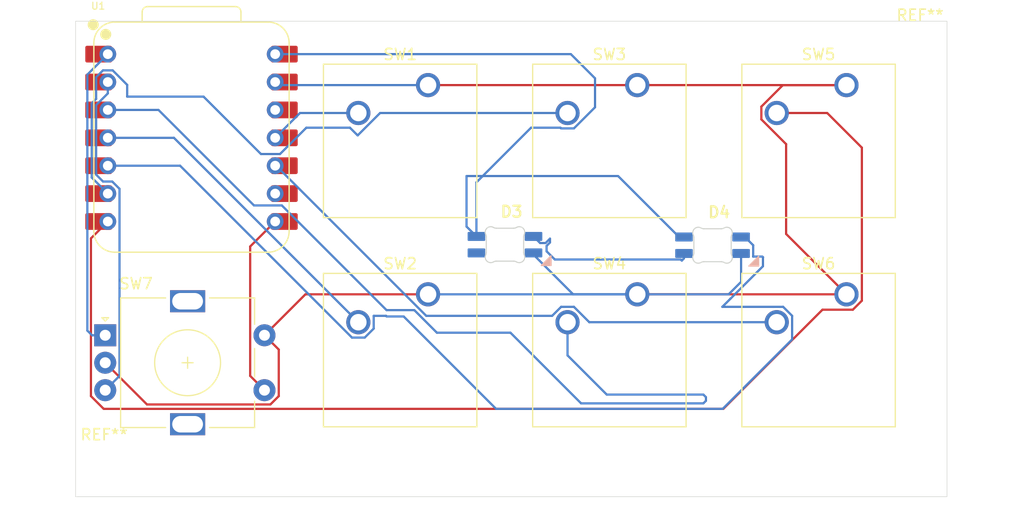
<source format=kicad_pcb>
(kicad_pcb (version 20241229) (generator "pcbnew") (generator_version "9.0")
  (layers (0 "F.Cu" signal) (2 "B.Cu" signal) (13 "F.Paste" user) (15 "B.Paste" user) (5 "F.SilkS" user "F.Silkscreen") (7 "B.SilkS" user "B.Silkscreen") (1 "F.Mask" user) (3 "B.Mask" user) (25 "Edge.Cuts" user))
  (net 0 "")
  (net 1 "GND")
  (net 2 "+5V")
  (net 3 "Net-(U1-GPIO3{slash}MOSI)")
  (net 4 "Net-(U1-GPIO29{slash}ADC3{slash}A3)")
  (net 5 "Net-(U1-GPIO7{slash}SCL)")
  (net 6 "Net-(U1-GPIO28{slash}ADC2{slash}A2)")
  (net 7 "Net-(U1-GPIO0{slash}TX)")
  (net 8 "Net-(U1-GPIO4{slash}MISO)")
  (net 9 "Net-(U1-GPIO26{slash}ADC0{slash}A0)")
  (net 10 "Net-(U1-GPIO27{slash}ADC1{slash}A1)")
  (net 11 "Net-(U1-GPIO1{slash}RX)")
  (net 14 "Net-(D3-DIN)")
  (net 16 "Net-(D4-DIN)")
  (footprint "Rotary_Encoder:RotaryEncoder_Alps_EC11E-Switch_Vertical_H20mm" (layer "F.Cu") (at 80.3 132)
    (property "Reference" "SW7" (at 2.8 -4.7 0) (layer "F.SilkS"))
    (property "Value" "RotaryEncoder_Switch")
    (fp_line (start -0.3 -1.6) (end 0.3 -1.6) (stroke (width 0.12)) (layer "F.SilkS"))
    (fp_line (start 0 -1.3) (end -0.3 -1.6) (stroke (width 0.12)) (layer "F.SilkS"))
    (fp_line (start 0.3 -1.6) (end 0 -1.3) (stroke (width 0.12)) (layer "F.SilkS"))
    (fp_line (start 1.4 -3.4) (end 1.4 8.4) (stroke (width 0.12)) (layer "F.SilkS"))
    (fp_line (start 5.5 -3.4) (end 1.4 -3.4) (stroke (width 0.12)) (layer "F.SilkS"))
    (fp_line (start 5.5 8.4) (end 1.4 8.4) (stroke (width 0.12)) (layer "F.SilkS"))
    (fp_line (start 7 2.5) (end 8 2.5) (stroke (width 0.12)) (layer "F.SilkS"))
    (fp_line (start 7.5 2) (end 7.5 3) (stroke (width 0.12)) (layer "F.SilkS"))
    (fp_line (start 9.5 -3.4) (end 13.6 -3.4) (stroke (width 0.12)) (layer "F.SilkS"))
    (fp_line (start 13.6 -3.4) (end 13.6 -1) (stroke (width 0.12)) (layer "F.SilkS"))
    (fp_line (start 13.6 1.2) (end 13.6 3.8) (stroke (width 0.12)) (layer "F.SilkS"))
    (fp_line (start 13.6 6) (end 13.6 8.4) (stroke (width 0.12)) (layer "F.SilkS"))
    (fp_line (start 13.6 8.4) (end 9.5 8.4) (stroke (width 0.12)) (layer "F.SilkS"))
    (fp_circle (center 7.5 2.5) (end 10.5 2.5) (stroke (width 0.12)) (fill no) (layer "F.SilkS"))
    (pad "A" thru_hole rect (at 0 0) (size 2 2) (drill 1) (layers "*.Cu" "*.Mask") (net 9 "Net-(U1-GPIO26{slash}ADC0{slash}A0)"))
    (pad "B" thru_hole circle (at 0 5) (size 2 2) (drill 1) (layers "*.Cu" "*.Mask") (net 10 "Net-(U1-GPIO27{slash}ADC1{slash}A1)"))
    (pad "C" thru_hole circle (at 0 2.5) (size 2 2) (drill 1) (layers "*.Cu" "*.Mask") (net 1 "GND"))
    (pad "MP" thru_hole rect (at 7.5 -3.1) (size 3.2 2) (drill oval 2.8 1.5) (layers "*.Cu" "*.Mask"))
    (pad "MP" thru_hole rect (at 7.5 8.1) (size 3.2 2) (drill oval 2.8 1.5) (layers "*.Cu" "*.Mask"))
    (pad "S1" thru_hole circle (at 14.5 5) (size 2 2) (drill 1) (layers "*.Cu" "*.Mask") (net 11 "Net-(U1-GPIO1{slash}RX)"))
    (pad "S2" thru_hole circle (at 14.5 0) (size 2 2) (drill 1) (layers "*.Cu" "*.Mask") (net 1 "GND"))
  )
  (footprint "Button_Switch_Keyboard:SW_Cherry_MX_1.00u_PCB" (layer "F.Cu") (at 128.74625 128.27)
    (property "Reference" "SW4" (at -2.54 -2.794 0) (layer "F.SilkS"))
    (property "Value" "SW_Push")
    (fp_line (start -9.525 -1.905) (end 4.445 -1.905) (stroke (width 0.12)) (layer "F.SilkS"))
    (fp_line (start -9.525 12.065) (end -9.525 -1.905) (stroke (width 0.12)) (layer "F.SilkS"))
    (fp_line (start 4.445 -1.905) (end 4.445 12.065) (stroke (width 0.12)) (layer "F.SilkS"))
    (fp_line (start 4.445 12.065) (end -9.525 12.065) (stroke (width 0.12)) (layer "F.SilkS"))
    (pad "" np_thru_hole circle (at -7.62 5.08) (size 1.7 1.7) (drill 1.7) (layers "*.Cu" "*.Mask"))
    (pad "" np_thru_hole circle (at -2.54 5.08) (size 4 4) (drill 4) (layers "*.Cu" "*.Mask"))
    (pad "" np_thru_hole circle (at 2.54 5.08) (size 1.7 1.7) (drill 1.7) (layers "*.Cu" "*.Mask"))
    (pad "1" thru_hole circle (at 0 0) (size 2.2 2.2) (drill 1.5) (layers "*.Cu" "*.Mask") (net 1 "GND"))
    (pad "2" thru_hole circle (at -6.35 2.54) (size 2.2 2.2) (drill 1.5) (layers "*.Cu" "*.Mask") (net 6 "Net-(U1-GPIO28{slash}ADC2{slash}A2)"))
  )
  (footprint "Button_Switch_Keyboard:SW_Cherry_MX_1.00u_PCB" (layer "F.Cu") (at 147.79625 128.27)
    (property "Reference" "SW6" (at -2.54 -2.794 0) (layer "F.SilkS"))
    (property "Value" "SW_Push")
    (fp_line (start -9.525 -1.905) (end 4.445 -1.905) (stroke (width 0.12)) (layer "F.SilkS"))
    (fp_line (start -9.525 12.065) (end -9.525 -1.905) (stroke (width 0.12)) (layer "F.SilkS"))
    (fp_line (start 4.445 -1.905) (end 4.445 12.065) (stroke (width 0.12)) (layer "F.SilkS"))
    (fp_line (start 4.445 12.065) (end -9.525 12.065) (stroke (width 0.12)) (layer "F.SilkS"))
    (pad "" np_thru_hole circle (at -7.62 5.08) (size 1.7 1.7) (drill 1.7) (layers "*.Cu" "*.Mask"))
    (pad "" np_thru_hole circle (at -2.54 5.08) (size 4 4) (drill 4) (layers "*.Cu" "*.Mask"))
    (pad "" np_thru_hole circle (at 2.54 5.08) (size 1.7 1.7) (drill 1.7) (layers "*.Cu" "*.Mask"))
    (pad "1" thru_hole circle (at 0 0) (size 2.2 2.2) (drill 1.5) (layers "*.Cu" "*.Mask") (net 1 "GND"))
    (pad "2" thru_hole circle (at -6.35 2.54) (size 2.2 2.2) (drill 1.5) (layers "*.Cu" "*.Mask") (net 8 "Net-(U1-GPIO4{slash}MISO)"))
  )
  (footprint "Button_Switch_Keyboard:SW_Cherry_MX_1.00u_PCB" (layer "F.Cu") (at 109.69625 109.22)
    (property "Reference" "SW1" (at -2.54 -2.794 0) (layer "F.SilkS"))
    (property "Value" "SW_Push")
    (fp_line (start -9.525 -1.905) (end 4.445 -1.905) (stroke (width 0.12)) (layer "F.SilkS"))
    (fp_line (start -9.525 12.065) (end -9.525 -1.905) (stroke (width 0.12)) (layer "F.SilkS"))
    (fp_line (start 4.445 -1.905) (end 4.445 12.065) (stroke (width 0.12)) (layer "F.SilkS"))
    (fp_line (start 4.445 12.065) (end -9.525 12.065) (stroke (width 0.12)) (layer "F.SilkS"))
    (pad "" np_thru_hole circle (at -7.62 5.08) (size 1.7 1.7) (drill 1.7) (layers "*.Cu" "*.Mask"))
    (pad "" np_thru_hole circle (at -2.54 5.08) (size 4 4) (drill 4) (layers "*.Cu" "*.Mask"))
    (pad "" np_thru_hole circle (at 2.54 5.08) (size 1.7 1.7) (drill 1.7) (layers "*.Cu" "*.Mask"))
    (pad "1" thru_hole circle (at 0 0) (size 2.2 2.2) (drill 1.5) (layers "*.Cu" "*.Mask") (net 1 "GND"))
    (pad "2" thru_hole circle (at -6.35 2.54) (size 2.2 2.2) (drill 1.5) (layers "*.Cu" "*.Mask") (net 3 "Net-(U1-GPIO3{slash}MOSI)"))
  )
  (footprint "OPL:XIAO-RP2040-DIP" (layer "F.Cu") (at 88.155 114.02)
    (property "Reference" "U1" (at -8.5 -12 0) (layer "F.SilkS") (effects (font (size 0.635 0.635) (thickness 0.1016))))
    (property "Value" "XIAO-RP2040-DIP")
    (fp_line (start -8.89 8.509) (end -8.89 -8.636) (stroke (width 0.127)) (layer "F.SilkS"))
    (fp_line (start -6.985 10.414) (end 6.985 10.414) (stroke (width 0.127)) (layer "F.SilkS"))
    (fp_line (start -4.495 -10.541) (end -4.491272 -11.451272) (stroke (width 0.127)) (layer "F.SilkS"))
    (fp_line (start -3.991272 -11.951) (end 4.004 -11.951) (stroke (width 0.127)) (layer "F.SilkS"))
    (fp_line (start 4.504 -11.451) (end 4.504 -10.541) (stroke (width 0.127)) (layer "F.SilkS"))
    (fp_line (start 6.985 -10.541) (end -6.985 -10.541) (stroke (width 0.1)) (layer "F.SilkS"))
    (fp_line (start 6.985 -10.541) (end -6.985 -10.541) (stroke (width 0.127)) (layer "F.SilkS"))
    (fp_line (start 8.89 8.509) (end 8.89 -8.636) (stroke (width 0.127)) (layer "F.SilkS"))
    (fp_arc (start -8.89 -8.636) (mid -8.332038 -9.983038) (end -6.985 -10.541) (stroke (width 0.127)) (layer "F.SilkS"))
    (fp_arc (start -6.985 10.414) (mid -8.332038 9.856038) (end -8.89 8.509) (stroke (width 0.127)) (layer "F.SilkS"))
    (fp_arc (start -4.491272 -11.451272) (mid -4.344728 -11.80464) (end -3.991272 -11.951) (stroke (width 0.127)) (layer "F.SilkS"))
    (fp_arc (start 4.004 -11.951) (mid 4.357553 -11.804553) (end 4.504 -11.451) (stroke (width 0.127)) (layer "F.SilkS"))
    (fp_arc (start 6.985 -10.541) (mid 8.332038 -9.983038) (end 8.89 -8.636) (stroke (width 0.127)) (layer "F.SilkS"))
    (fp_arc (start 8.89 8.509) (mid 8.332038 9.856038) (end 6.985 10.414) (stroke (width 0.127)) (layer "F.SilkS"))
    (fp_circle (center -8.95 -10.3) (end -8.95 -10.554) (stroke (width 0.5)) (fill yes) (layer "F.SilkS"))
    (fp_circle (center -7.807 -9.42) (end -7.807 -9.674) (stroke (width 0.5)) (fill yes) (layer "F.SilkS"))
    (pad "1" smd roundrect (at -8.455 -7.62 180) (size 2.432 1.524) (layers "F.Cu" "F.Mask") (roundrect_rratio 0.1) (net 9 "Net-(U1-GPIO26{slash}ADC0{slash}A0)"))
    (pad "1" thru_hole circle (at -7.62 -7.62 180) (size 1.524 1.524) (drill 0.889) (layers "*.Cu" "*.Mask") (net 9 "Net-(U1-GPIO26{slash}ADC0{slash}A0)"))
    (pad "2" smd roundrect (at -8.455 -5.08 180) (size 2.432 1.524) (layers "F.Cu" "F.Mask") (roundrect_rratio 0.1) (net 10 "Net-(U1-GPIO27{slash}ADC1{slash}A1)"))
    (pad "2" thru_hole circle (at -7.62 -5.08 180) (size 1.524 1.524) (drill 0.889) (layers "*.Cu" "*.Mask") (net 10 "Net-(U1-GPIO27{slash}ADC1{slash}A1)"))
    (pad "3" smd roundrect (at -8.455 -2.54 180) (size 2.432 1.524) (layers "F.Cu" "F.Mask") (roundrect_rratio 0.1) (net 6 "Net-(U1-GPIO28{slash}ADC2{slash}A2)"))
    (pad "3" thru_hole circle (at -7.62 -2.54 180) (size 1.524 1.524) (drill 0.889) (layers "*.Cu" "*.Mask") (net 6 "Net-(U1-GPIO28{slash}ADC2{slash}A2)"))
    (pad "4" smd roundrect (at -8.455 0 180) (size 2.432 1.524) (layers "F.Cu" "F.Mask") (roundrect_rratio 0.1) (net 4 "Net-(U1-GPIO29{slash}ADC3{slash}A3)"))
    (pad "4" thru_hole circle (at -7.62 0 180) (size 1.524 1.524) (drill 0.889) (layers "*.Cu" "*.Mask") (net 4 "Net-(U1-GPIO29{slash}ADC3{slash}A3)"))
    (pad "5" smd roundrect (at -8.455 2.54 180) (size 2.432 1.524) (layers "F.Cu" "F.Mask") (roundrect_rratio 0.1) (net 16 "Net-(D4-DIN)"))
    (pad "5" thru_hole circle (at -7.62 2.54 180) (size 1.524 1.524) (drill 0.889) (layers "*.Cu" "*.Mask") (net 16 "Net-(D4-DIN)"))
    (pad "6" smd roundrect (at -8.455 5.08 180) (size 2.432 1.524) (layers "F.Cu" "F.Mask") (roundrect_rratio 0.1) (net 5 "Net-(U1-GPIO7{slash}SCL)"))
    (pad "6" thru_hole circle (at -7.62 5.08 180) (size 1.524 1.524) (drill 0.889) (layers "*.Cu" "*.Mask") (net 5 "Net-(U1-GPIO7{slash}SCL)"))
    (pad "7" smd roundrect (at -8.455 7.62 180) (size 2.432 1.524) (layers "F.Cu" "F.Mask") (roundrect_rratio 0.1) (net 7 "Net-(U1-GPIO0{slash}TX)"))
    (pad "7" thru_hole circle (at -7.62 7.62 180) (size 1.524 1.524) (drill 0.889) (layers "*.Cu" "*.Mask") (net 7 "Net-(U1-GPIO0{slash}TX)"))
    (pad "8" thru_hole circle (at 7.62 7.62) (size 1.524 1.524) (drill 0.889) (layers "*.Cu" "*.Mask") (net 11 "Net-(U1-GPIO1{slash}RX)"))
    (pad "8" smd roundrect (at 8.455 7.62) (size 2.432 1.524) (layers "F.Cu" "F.Mask") (roundrect_rratio 0.1) (net 11 "Net-(U1-GPIO1{slash}RX)"))
    (pad "9" thru_hole circle (at 7.62 5.08) (size 1.524 1.524) (drill 0.889) (layers "*.Cu" "*.Mask"))
    (pad "9" smd roundrect (at 8.455 5.08) (size 2.432 1.524) (layers "F.Cu" "F.Mask") (roundrect_rratio 0.1))
    (pad "10" thru_hole circle (at 7.62 2.54) (size 1.524 1.524) (drill 0.889) (layers "*.Cu" "*.Mask") (net 8 "Net-(U1-GPIO4{slash}MISO)"))
    (pad "10" smd roundrect (at 8.455 2.54) (size 2.432 1.524) (layers "F.Cu" "F.Mask") (roundrect_rratio 0.1) (net 8 "Net-(U1-GPIO4{slash}MISO)"))
    (pad "11" thru_hole circle (at 7.62 0) (size 1.524 1.524) (drill 0.889) (layers "*.Cu" "*.Mask") (net 3 "Net-(U1-GPIO3{slash}MOSI)"))
    (pad "11" smd roundrect (at 8.455 0) (size 2.432 1.524) (layers "F.Cu" "F.Mask") (roundrect_rratio 0.1) (net 3 "Net-(U1-GPIO3{slash}MOSI)"))
    (pad "12" thru_hole circle (at 7.62 -2.54) (size 1.524 1.524) (drill 0.889) (layers "*.Cu" "*.Mask"))
    (pad "12" smd roundrect (at 8.455 -2.54) (size 2.432 1.524) (layers "F.Cu" "F.Mask") (roundrect_rratio 0.1))
    (pad "13" thru_hole circle (at 7.62 -5.08) (size 1.524 1.524) (drill 0.889) (layers "*.Cu" "*.Mask") (net 1 "GND"))
    (pad "13" smd roundrect (at 8.455 -5.08) (size 2.432 1.524) (layers "F.Cu" "F.Mask") (roundrect_rratio 0.1) (net 1 "GND"))
    (pad "14" thru_hole circle (at 7.62 -7.62) (size 1.524 1.524) (drill 0.889) (layers "*.Cu" "*.Mask") (net 2 "+5V"))
    (pad "14" smd roundrect (at 8.455 -7.62) (size 2.432 1.524) (layers "F.Cu" "F.Mask") (roundrect_rratio 0.1) (net 2 "+5V"))
  )
  (footprint "footprints:SK6812MINI-E_fixed" (layer "F.Cu") (at 116.699999 123.852842)
    (property "Reference" "D3" (at 0.6 -3.1 0) (layer "F.SilkS") (effects (font (thickness 0.2) (bold yes))))
    (property "Value" "SK6812MINI-E")
    (fp_poly (pts (xy 4.200001 0.897158) (xy 3.300001 1.797158) (xy 4.200001 1.797158)) (stroke (width 0.1)) (fill yes) (layer "B.SilkS"))
    (fp_line (start -1.699998 0.6) (end -1.699998 -0.805684) (stroke (width 0.1)) (layer "Edge.Cuts"))
    (fp_line (start -0.794451 -1.602841) (end 0.794454 -1.602841) (stroke (width 0.1)) (layer "Edge.Cuts"))
    (fp_line (start 0.794453 1.397158) (end -0.794451 1.397158) (stroke (width 0.1)) (layer "Edge.Cuts"))
    (fp_line (start 1.7 -0.805684) (end 1.7 0.6) (stroke (width 0.1)) (layer "Edge.Cuts"))
    (fp_arc (start -1.749483 -1.022562) (mid -1.712526 -0.91691) (end -1.699998 -0.805684) (stroke (width 0.1)) (layer "Edge.Cuts"))
    (fp_arc (start -1.749483 -1.022562) (mid -1.63807 -1.606877) (end -1.04671 -1.671141) (stroke (width 0.1)) (layer "Edge.Cuts"))
    (fp_arc (start -1.699998 0.600001) (mid -1.712526 0.711226) (end -1.749483 0.816878) (stroke (width 0.1)) (layer "Edge.Cuts"))
    (fp_arc (start -1.04671 1.465455) (mid -1.638069 1.401192) (end -1.749483 0.816878) (stroke (width 0.1)) (layer "Edge.Cuts"))
    (fp_arc (start -1.046709 1.465457) (mid -0.925121 1.414535) (end -0.794451 1.397158) (stroke (width 0.1)) (layer "Edge.Cuts"))
    (fp_arc (start -0.794452 -1.602842) (mid -0.925122 -1.620219) (end -1.04671 -1.671141) (stroke (width 0.1)) (layer "Edge.Cuts"))
    (fp_arc (start 0.794453 1.397158) (mid 0.925124 1.414535) (end 1.046712 1.465457) (stroke (width 0.1)) (layer "Edge.Cuts"))
    (fp_arc (start 1.046712 -1.67114) (mid 0.925124 -1.620218) (end 0.794454 -1.602841) (stroke (width 0.1)) (layer "Edge.Cuts"))
    (fp_arc (start 1.046712 -1.67114) (mid 1.638072 -1.606876) (end 1.749485 -1.022562) (stroke (width 0.1)) (layer "Edge.Cuts"))
    (fp_arc (start 1.7 -0.805685) (mid 1.712528 -0.91691) (end 1.749485 -1.022562) (stroke (width 0.1)) (layer "Edge.Cuts"))
    (fp_arc (start 1.749485 0.816877) (mid 1.638073 1.401193) (end 1.046712 1.465457) (stroke (width 0.1)) (layer "Edge.Cuts"))
    (fp_arc (start 1.749485 0.816878) (mid 1.712528 0.711226) (end 1.7 0.6) (stroke (width 0.1)) (layer "Edge.Cuts"))
    (pad "1" smd roundrect (at -2.599999 -0.852842 270) (size 0.82 1.6) (layers "B.Cu" "B.Mask" "B.Paste") (roundrect_rratio 0.1) (net 2 "+5V"))
    (pad "2" smd roundrect (at -2.599999 0.647158 270) (size 0.82 1.6) (layers "B.Cu" "B.Mask" "B.Paste") (roundrect_rratio 0.1))
    (pad "3" smd roundrect (at 2.600001 0.647158 270) (size 0.82 1.6) (layers "B.Cu" "B.Mask" "B.Paste") (roundrect_rratio 0.1) (net 1 "GND"))
    (pad "4" smd roundrect (at 2.600001 -0.852842 270) (size 0.82 1.6) (layers "B.Cu" "B.Mask" "B.Paste") (roundrect_rratio 0.1) (net 14 "Net-(D3-DIN)"))
  )
  (footprint "MountingHole:MountingHole_2.2mm_M2" (layer "F.Cu") (at 154.5 106)
    (property "Reference" "REF**" (at 0 -3.15 0) (layer "F.SilkS"))
    (property "Value" "MountingHole_2.2mm_M2")
    (pad "" np_thru_hole circle (at 0 0) (size 2.2 2.2) (drill 2.2) (layers "*.Cu" "*.Mask"))
  )
  (footprint "Button_Switch_Keyboard:SW_Cherry_MX_1.00u_PCB" (layer "F.Cu") (at 128.74625 109.22)
    (property "Reference" "SW3" (at -2.54 -2.794 0) (layer "F.SilkS"))
    (property "Value" "SW_Push")
    (fp_line (start -9.525 -1.905) (end 4.445 -1.905) (stroke (width 0.12)) (layer "F.SilkS"))
    (fp_line (start -9.525 12.065) (end -9.525 -1.905) (stroke (width 0.12)) (layer "F.SilkS"))
    (fp_line (start 4.445 -1.905) (end 4.445 12.065) (stroke (width 0.12)) (layer "F.SilkS"))
    (fp_line (start 4.445 12.065) (end -9.525 12.065) (stroke (width 0.12)) (layer "F.SilkS"))
    (pad "" np_thru_hole circle (at -7.62 5.08) (size 1.7 1.7) (drill 1.7) (layers "*.Cu" "*.Mask"))
    (pad "" np_thru_hole circle (at -2.54 5.08) (size 4 4) (drill 4) (layers "*.Cu" "*.Mask"))
    (pad "" np_thru_hole circle (at 2.54 5.08) (size 1.7 1.7) (drill 1.7) (layers "*.Cu" "*.Mask"))
    (pad "1" thru_hole circle (at 0 0) (size 2.2 2.2) (drill 1.5) (layers "*.Cu" "*.Mask") (net 1 "GND"))
    (pad "2" thru_hole circle (at -6.35 2.54) (size 2.2 2.2) (drill 1.5) (layers "*.Cu" "*.Mask") (net 5 "Net-(U1-GPIO7{slash}SCL)"))
  )
  (footprint "footprints:SK6812MINI-E_fixed" (layer "F.Cu") (at 135.599999 123.902842)
    (property "Reference" "D4" (at 0.6 -3.1 0) (layer "F.SilkS") (effects (font (thickness 0.2) (bold yes))))
    (property "Value" "SK6812MINI-E")
    (fp_poly (pts (xy 4.200001 0.897158) (xy 3.300001 1.797158) (xy 4.200001 1.797158)) (stroke (width 0.1)) (fill yes) (layer "B.SilkS"))
    (fp_line (start -1.699998 0.6) (end -1.699998 -0.805684) (stroke (width 0.1)) (layer "Edge.Cuts"))
    (fp_line (start -0.794451 -1.602841) (end 0.794454 -1.602841) (stroke (width 0.1)) (layer "Edge.Cuts"))
    (fp_line (start 0.794453 1.397158) (end -0.794451 1.397158) (stroke (width 0.1)) (layer "Edge.Cuts"))
    (fp_line (start 1.7 -0.805684) (end 1.7 0.6) (stroke (width 0.1)) (layer "Edge.Cuts"))
    (fp_arc (start -1.749483 -1.022562) (mid -1.712526 -0.91691) (end -1.699998 -0.805684) (stroke (width 0.1)) (layer "Edge.Cuts"))
    (fp_arc (start -1.749483 -1.022562) (mid -1.63807 -1.606877) (end -1.04671 -1.671141) (stroke (width 0.1)) (layer "Edge.Cuts"))
    (fp_arc (start -1.699998 0.600001) (mid -1.712526 0.711226) (end -1.749483 0.816878) (stroke (width 0.1)) (layer "Edge.Cuts"))
    (fp_arc (start -1.04671 1.465455) (mid -1.638069 1.401192) (end -1.749483 0.816878) (stroke (width 0.1)) (layer "Edge.Cuts"))
    (fp_arc (start -1.046709 1.465457) (mid -0.925121 1.414535) (end -0.794451 1.397158) (stroke (width 0.1)) (layer "Edge.Cuts"))
    (fp_arc (start -0.794452 -1.602842) (mid -0.925122 -1.620219) (end -1.04671 -1.671141) (stroke (width 0.1)) (layer "Edge.Cuts"))
    (fp_arc (start 0.794453 1.397158) (mid 0.925124 1.414535) (end 1.046712 1.465457) (stroke (width 0.1)) (layer "Edge.Cuts"))
    (fp_arc (start 1.046712 -1.67114) (mid 0.925124 -1.620218) (end 0.794454 -1.602841) (stroke (width 0.1)) (layer "Edge.Cuts"))
    (fp_arc (start 1.046712 -1.67114) (mid 1.638072 -1.606876) (end 1.749485 -1.022562) (stroke (width 0.1)) (layer "Edge.Cuts"))
    (fp_arc (start 1.7 -0.805685) (mid 1.712528 -0.91691) (end 1.749485 -1.022562) (stroke (width 0.1)) (layer "Edge.Cuts"))
    (fp_arc (start 1.749485 0.816877) (mid 1.638073 1.401193) (end 1.046712 1.465457) (stroke (width 0.1)) (layer "Edge.Cuts"))
    (fp_arc (start 1.749485 0.816878) (mid 1.712528 0.711226) (end 1.7 0.6) (stroke (width 0.1)) (layer "Edge.Cuts"))
    (pad "1" smd roundrect (at -2.599999 -0.852842 270) (size 0.82 1.6) (layers "B.Cu" "B.Mask" "B.Paste") (roundrect_rratio 0.1) (net 2 "+5V"))
    (pad "2" smd roundrect (at -2.599999 0.647158 270) (size 0.82 1.6) (layers "B.Cu" "B.Mask" "B.Paste") (roundrect_rratio 0.1) (net 14 "Net-(D3-DIN)"))
    (pad "3" smd roundrect (at 2.600001 0.647158 270) (size 0.82 1.6) (layers "B.Cu" "B.Mask" "B.Paste") (roundrect_rratio 0.1) (net 1 "GND"))
    (pad "4" smd roundrect (at 2.600001 -0.852842 270) (size 0.82 1.6) (layers "B.Cu" "B.Mask" "B.Paste") (roundrect_rratio 0.1) (net 16 "Net-(D4-DIN)"))
  )
  (footprint "MountingHole:MountingHole_2.2mm_M2" (layer "F.Cu") (at 80.2 144.2)
    (property "Reference" "REF**" (at 0 -3.15 0) (layer "F.SilkS"))
    (property "Value" "MountingHole_2.2mm_M2")
    (pad "" np_thru_hole circle (at 0 0) (size 2.2 2.2) (drill 2.2) (layers "*.Cu" "*.Mask"))
  )
  (footprint "Button_Switch_Keyboard:SW_Cherry_MX_1.00u_PCB" (layer "F.Cu") (at 109.69625 128.27)
    (property "Reference" "SW2" (at -2.54 -2.794 0) (layer "F.SilkS"))
    (property "Value" "SW_Push")
    (fp_line (start -9.525 -1.905) (end 4.445 -1.905) (stroke (width 0.12)) (layer "F.SilkS"))
    (fp_line (start -9.525 12.065) (end -9.525 -1.905) (stroke (width 0.12)) (layer "F.SilkS"))
    (fp_line (start 4.445 -1.905) (end 4.445 12.065) (stroke (width 0.12)) (layer "F.SilkS"))
    (fp_line (start 4.445 12.065) (end -9.525 12.065) (stroke (width 0.12)) (layer "F.SilkS"))
    (pad "" np_thru_hole circle (at -7.62 5.08) (size 1.7 1.7) (drill 1.7) (layers "*.Cu" "*.Mask"))
    (pad "" np_thru_hole circle (at -2.54 5.08) (size 4 4) (drill 4) (layers "*.Cu" "*.Mask"))
    (pad "" np_thru_hole circle (at 2.54 5.08) (size 1.7 1.7) (drill 1.7) (layers "*.Cu" "*.Mask"))
    (pad "1" thru_hole circle (at 0 0) (size 2.2 2.2) (drill 1.5) (layers "*.Cu" "*.Mask") (net 1 "GND"))
    (pad "2" thru_hole circle (at -6.35 2.54) (size 2.2 2.2) (drill 1.5) (layers "*.Cu" "*.Mask") (net 4 "Net-(U1-GPIO29{slash}ADC3{slash}A3)"))
  )
  (footprint "Button_Switch_Keyboard:SW_Cherry_MX_1.00u_PCB" (layer "F.Cu") (at 147.79625 109.22)
    (property "Reference" "SW5" (at -2.54 -2.794 0) (layer "F.SilkS"))
    (property "Value" "SW_Push")
    (fp_line (start -9.525 -1.905) (end 4.445 -1.905) (stroke (width 0.12)) (layer "F.SilkS"))
    (fp_line (start -9.525 12.065) (end -9.525 -1.905) (stroke (width 0.12)) (layer "F.SilkS"))
    (fp_line (start 4.445 -1.905) (end 4.445 12.065) (stroke (width 0.12)) (layer "F.SilkS"))
    (fp_line (start 4.445 12.065) (end -9.525 12.065) (stroke (width 0.12)) (layer "F.SilkS"))
    (pad "" np_thru_hole circle (at -7.62 5.08) (size 1.7 1.7) (drill 1.7) (layers "*.Cu" "*.Mask"))
    (pad "" np_thru_hole circle (at -2.54 5.08) (size 4 4) (drill 4) (layers "*.Cu" "*.Mask"))
    (pad "" np_thru_hole circle (at 2.54 5.08) (size 1.7 1.7) (drill 1.7) (layers "*.Cu" "*.Mask"))
    (pad "1" thru_hole circle (at 0 0) (size 2.2 2.2) (drill 1.5) (layers "*.Cu" "*.Mask") (net 1 "GND"))
    (pad "2" thru_hole circle (at -6.35 2.54) (size 2.2 2.2) (drill 1.5) (layers "*.Cu" "*.Mask") (net 7 "Net-(U1-GPIO0{slash}TX)"))
  )
  (gr_rect (start 77.6 103.4) (end 156.95 146.7) (stroke (width 0.05)) (fill no) (layer "Edge.Cuts"))
  (segment (start 128.74625 109.22) (end 109.69625 109.22) (width 0.2) (layer "F.Cu") (net 1))
  (segment (start 95.338892 138.301) (end 84.101 138.301) (width 0.2) (layer "F.Cu") (net 1))
  (segment (start 94.8 132) (end 96.101 133.301) (width 0.2) (layer "F.Cu") (net 1))
  (segment (start 142.3 114.595064) (end 140.04525 112.340314) (width 0.2) (layer "F.Cu") (net 1))
  (segment (start 147.79625 128.27) (end 142.3 122.77375) (width 0.2) (layer "F.Cu") (net 1))
  (segment (start 142.004936 109.22) (end 147.79625 109.22) (width 0.2) (layer "F.Cu") (net 1))
  (segment (start 147.79625 109.22) (end 128.74625 109.22) (width 0.2) (layer "F.Cu") (net 1))
  (segment (start 109.69625 128.27) (end 98.53 128.27) (width 0.2) (layer "F.Cu") (net 1))
  (segment (start 98.53 128.27) (end 94.8 132) (width 0.2) (layer "F.Cu") (net 1))
  (segment (start 147.79625 128.27) (end 128.74625 128.27) (width 0.2) (layer "F.Cu") (net 1))
  (segment (start 140.04525 112.340314) (end 140.04525 111.179686) (width 0.2) (layer "F.Cu") (net 1))
  (segment (start 142.3 122.77375) (end 142.3 114.595064) (width 0.2) (layer "F.Cu") (net 1))
  (segment (start 140.04525 111.179686) (end 142.004936 109.22) (width 0.2) (layer "F.Cu") (net 1))
  (segment (start 96.101 137.538892) (end 95.338892 138.301) (width 0.2) (layer "F.Cu") (net 1))
  (segment (start 96.101 133.301) (end 96.101 137.538892) (width 0.2) (layer "F.Cu") (net 1))
  (segment (start 84.101 138.301) (end 80.3 134.5) (width 0.2) (layer "F.Cu") (net 1))
  (segment (start 128.74625 128.27) (end 137.065728 128.27) (width 0.2) (layer "B.Cu") (net 1))
  (segment (start 138.2 124.55) (end 138.451 124.55) (width 0.2) (layer "B.Cu") (net 1))
  (segment (start 128.74625 128.27) (end 122.9075 128.27) (width 0.2) (layer "B.Cu") (net 1))
  (segment (start 95.775 108.94) (end 95.96 108.94) (width 0.2) (layer "B.Cu") (net 1))
  (segment (start 119.3 124.6625) (end 119.3 124.5) (width 0.2) (layer "B.Cu") (net 1))
  (segment (start 96 108.9) (end 96.32 109.22) (width 0.2) (layer "B.Cu") (net 1))
  (segment (start 137.065728 128.27) (end 138.2 127.135728) (width 0.2) (layer "B.Cu") (net 1))
  (segment (start 138.2 127.135728) (end 138.2 124.55) (width 0.2) (layer "B.Cu") (net 1))
  (segment (start 122.9075 128.27) (end 119.3 124.6625) (width 0.2) (layer "B.Cu") (net 1))
  (segment (start 95.96 108.94) (end 96 108.9) (width 0.2) (layer "B.Cu") (net 1))
  (segment (start 109.69625 128.27) (end 128.74625 128.27) (width 0.2) (layer "B.Cu") (net 1))
  (segment (start 96.32 109.22) (end 109.69625 109.22) (width 0.2) (layer "B.Cu") (net 1))
  (segment (start 113.2 122.1) (end 113.2 117.5) (width 0.2) (layer "B.Cu") (net 2))
  (segment (start 95.775 106.4) (end 122.7 106.4) (width 0.2) (layer "B.Cu") (net 2))
  (segment (start 121.815936 113.161) (end 121.753936 113.099) (width 0.2) (layer "B.Cu") (net 2))
  (segment (start 119.075936 113.099) (end 114.1 118.074936) (width 0.2) (layer "B.Cu") (net 2))
  (segment (start 122.7 106.4) (end 124.9 108.6) (width 0.2) (layer "B.Cu") (net 2))
  (segment (start 113.2 117.5) (end 127 117.5) (width 0.2) (layer "B.Cu") (net 2))
  (segment (start 114.1 118.074936) (end 114.1 123) (width 0.2) (layer "B.Cu") (net 2))
  (segment (start 124.9 111.237564) (end 122.976564 113.161) (width 0.2) (layer "B.Cu") (net 2))
  (segment (start 122.976564 113.161) (end 121.815936 113.161) (width 0.2) (layer "B.Cu") (net 2))
  (segment (start 121.753936 113.099) (end 119.075936 113.099) (width 0.2) (layer "B.Cu") (net 2))
  (segment (start 133 123.05) (end 132.9 123.15) (width 0.2) (layer "B.Cu") (net 2))
  (segment (start 114.1 123) (end 113.2 122.1) (width 0.2) (layer "B.Cu") (net 2))
  (segment (start 127 117.5) (end 132.55 123.05) (width 0.2) (layer "B.Cu") (net 2))
  (segment (start 132.55 123.05) (end 133 123.05) (width 0.2) (layer "B.Cu") (net 2))
  (segment (start 124.9 108.6) (end 124.9 111.237564) (width 0.2) (layer "B.Cu") (net 2))
  (segment (start 103.34625 111.76) (end 98.035 111.76) (width 0.2) (layer "B.Cu") (net 3))
  (segment (start 98.035 111.76) (end 95.775 114.02) (width 0.2) (layer "B.Cu") (net 3))
  (segment (start 80.535 114.02) (end 86.55625 114.02) (width 0.2) (layer "B.Cu") (net 4))
  (segment (start 86.55625 114.02) (end 103.34625 130.81) (width 0.2) (layer "B.Cu") (net 4))
  (segment (start 80.09469 107.877) (end 79.472 108.49969) (width 0.2) (layer "B.Cu") (net 5))
  (segment (start 98.61331 113.099) (end 96.21531 115.497) (width 0.2) (layer "B.Cu") (net 5))
  (segment (start 105.327564 111.76) (end 103.285034 113.80253) (width 0.2) (layer "B.Cu") (net 5))
  (segment (start 79.072 117.637) (end 80.535 119.1) (width 0.2) (layer "B.Cu") (net 5))
  (segment (start 122.39625 111.76) (end 105.327564 111.76) (width 0.2) (layer "B.Cu") (net 5))
  (segment (start 96.21531 115.497) (end 94.480372 115.497) (width 0.2) (layer "B.Cu") (net 5))
  (segment (start 89.252 110.268628) (end 82.3 110.268628) (width 0.2) (layer "B.Cu") (net 5))
  (segment (start 94.480372 115.497) (end 89.252 110.268628) (width 0.2) (layer "B.Cu") (net 5))
  (segment (start 82.3 110.268628) (end 82.3 109.20169) (width 0.2) (layer "B.Cu") (net 5))
  (segment (start 103.285034 113.80253) (end 102.581504 113.099) (width 0.2) (layer "B.Cu") (net 5))
  (segment (start 79.472 108.49969) (end 79.472 110.474004) (width 0.2) (layer "B.Cu") (net 5))
  (segment (start 79.072 110.874005) (end 79.072 117.637) (width 0.2) (layer "B.Cu") (net 5))
  (segment (start 102.581504 113.099) (end 98.61331 113.099) (width 0.2) (layer "B.Cu") (net 5))
  (segment (start 82.3 109.20169) (end 80.97531 107.877) (width 0.2) (layer "B.Cu") (net 5))
  (segment (start 79.472 110.474004) (end 79.072 110.874005) (width 0.2) (layer "B.Cu") (net 5))
  (segment (start 80.97531 107.877) (end 80.09469 107.877) (width 0.2) (layer "B.Cu") (net 5))
  (segment (start 125.965685 137.4) (end 122.39625 133.830565) (width 0.2) (layer "B.Cu") (net 6))
  (segment (start 85.149036 111.48) (end 93.846036 120.177) (width 0.2) (layer "B.Cu") (net 6))
  (segment (start 134.765685 137.4) (end 125.965685 137.4) (width 0.2) (layer "B.Cu") (net 6))
  (segment (start 108.444315 129.710001) (end 110.5 131.765686) (width 0.2) (layer "B.Cu") (net 6))
  (segment (start 80.535 111.48) (end 85.149036 111.48) (width 0.2) (layer "B.Cu") (net 6))
  (segment (start 122.39625 133.830565) (end 122.39625 130.81) (width 0.2) (layer "B.Cu") (net 6))
  (segment (start 134.765685 138.2) (end 135 137.965685) (width 0.2) (layer "B.Cu") (net 6))
  (segment (start 93.846036 120.177) (end 96.380996 120.177) (width 0.2) (layer "B.Cu") (net 6))
  (segment (start 135 137.634315) (end 134.765685 137.4) (width 0.2) (layer "B.Cu") (net 6))
  (segment (start 110.5 131.765686) (end 117.200001 131.765686) (width 0.2) (layer "B.Cu") (net 6))
  (segment (start 105.913997 129.710001) (end 108.444315 129.710001) (width 0.2) (layer "B.Cu") (net 6))
  (segment (start 96.380996 120.177) (end 105.913997 129.710001) (width 0.2) (layer "B.Cu") (net 6))
  (segment (start 123.634315 138.2) (end 134.765685 138.2) (width 0.2) (layer "B.Cu") (net 6))
  (segment (start 117.200001 131.765686) (end 123.634315 138.2) (width 0.2) (layer "B.Cu") (net 6))
  (segment (start 135 137.965685) (end 135 137.634315) (width 0.2) (layer "B.Cu") (net 6))
  (segment (start 148.376564 129.671) (end 149.19725 128.850314) (width 0.2) (layer "F.Cu") (net 7))
  (segment (start 78.999 123.176) (end 78.999 137.538892) (width 0.2) (layer "F.Cu") (net 7))
  (segment (start 149.19725 128.850314) (end 149.19725 114.916184) (width 0.2) (layer "F.Cu") (net 7))
  (segment (start 136.579434 138.702) (end 145.610434 129.671) (width 0.2) (layer "F.Cu") (net 7))
  (segment (start 80.535 121.64) (end 78.999 123.176) (width 0.2) (layer "F.Cu") (net 7))
  (segment (start 78.999 137.538892) (end 80.162108 138.702) (width 0.2) (layer "F.Cu") (net 7))
  (segment (start 80.162108 138.702) (end 136.579434 138.702) (width 0.2) (layer "F.Cu") (net 7))
  (segment (start 149.19725 114.916184) (end 146.041066 111.76) (width 0.2) (layer "F.Cu") (net 7))
  (segment (start 145.610434 129.671) (end 148.376564 129.671) (width 0.2) (layer "F.Cu") (net 7))
  (segment (start 146.041066 111.76) (end 141.44625 111.76) (width 0.2) (layer "F.Cu") (net 7))
  (segment (start 95.775 116.56) (end 95.86 116.56) (width 0.2) (layer "B.Cu") (net 8))
  (segment (start 122.976564 129.409) (end 124.377564 130.81) (width 0.2) (layer "B.Cu") (net 8))
  (segment (start 121.815936 129.409) (end 122.976564 129.409) (width 0.2) (layer "B.Cu") (net 8))
  (segment (start 95.86 116.56) (end 109.529686 130.229686) (width 0.2) (layer "B.Cu") (net 8))
  (segment (start 120.99525 130.229686) (end 121.815936 129.409) (width 0.2) (layer "B.Cu") (net 8))
  (segment (start 124.377564 130.81) (end 141.44625 130.81) (width 0.2) (layer "B.Cu") (net 8))
  (segment (start 109.529686 130.229686) (end 120.99525 130.229686) (width 0.2) (layer "B.Cu") (net 8))
  (segment (start 80.3 132) (end 79.1 132) (width 0.2) (layer "B.Cu") (net 9))
  (segment (start 78.672 108.263) (end 80.535 106.4) (width 0.2) (layer "B.Cu") (net 9))
  (segment (start 79.1 132) (end 78.672 131.572) (width 0.2) (layer "B.Cu") (net 9))
  (segment (start 78.672 131.572) (end 78.672 108.263) (width 0.2) (layer "B.Cu") (net 9))
  (segment (start 80.535 109.97669) (end 79.472 111.03969) (width 0.2) (layer "B.Cu") (net 10))
  (segment (start 80.1 118) (end 80.93831 118) (width 0.2) (layer "B.Cu") (net 10))
  (segment (start 80.93831 118) (end 81.601 118.66269) (width 0.2) (layer "B.Cu") (net 10))
  (segment (start 80.535 108.94) (end 80.535 109.97669) (width 0.2) (layer "B.Cu") (net 10))
  (segment (start 81.601 135.699) (end 80.3 137) (width 0.2) (layer "B.Cu") (net 10))
  (segment (start 79.472 111.03969) (end 79.472 117.372) (width 0.2) (layer "B.Cu") (net 10))
  (segment (start 81.601 118.66269) (end 81.601 135.699) (width 0.2) (layer "B.Cu") (net 10))
  (segment (start 79.472 117.372) (end 80.1 118) (width 0.2) (layer "B.Cu") (net 10))
  (segment (start 93.499 135.699) (end 94.8 137) (width 0.2) (layer "F.Cu") (net 11))
  (segment (start 95.775 121.64) (end 93.499 123.916) (width 0.2) (layer "F.Cu") (net 11))
  (segment (start 93.499 123.916) (end 93.499 135.699) (width 0.2) (layer "F.Cu") (net 11))
  (segment (start 119.35 123.05) (end 119.1875 123.05) (width 0.2) (layer "B.Cu") (net 14))
  (segment (start 132.8 125.2) (end 132.7 125.1) (width 0.2) (layer "B.Cu") (net 14))
  (segment (start 121.2375 125.1) (end 120.489323 124.351823) (width 0.2) (layer "B.Cu") (net 14))
  (segment (start 120.8 123.2) (end 120.4 123.6) (width 0.2) (layer "B.Cu") (net 14))
  (segment (start 120.4 123.6) (end 119.9 123.6) (width 0.2) (layer "B.Cu") (net 14))
  (segment (start 132.7 125.1) (end 121.2375 125.1) (width 0.2) (layer "B.Cu") (net 14))
  (segment (start 120.489323 123.860263) (end 120.8 123.549586) (width 0.2) (layer "B.Cu") (net 14))
  (segment (start 120.489323 124.351823) (end 120.489323 123.860263) (width 0.2) (layer "B.Cu") (net 14))
  (segment (start 119.9 123.6) (end 119.35 123.05) (width 0.2) (layer "B.Cu") (net 14))
  (segment (start 120.8 123.549586) (end 120.8 123.2) (width 0.2) (layer "B.Cu") (net 14))
  (segment (start 133 125) (end 132.8 125.2) (width 0.2) (layer "B.Cu") (net 14))
  (segment (start 139.302 124.8339) (end 140.1339 124.8339) (width 0.2) (layer "B.Cu") (net 16))
  (segment (start 139.301 124.8329) (end 139.302 124.8339) (width 0.2) (layer "B.Cu") (net 16))
  (segment (start 142.84725 132.37747) (end 136.52472 138.7) (width 0.2) (layer "B.Cu") (net 16))
  (segment (start 105.925996 130.287686) (end 105.867996 130.229686) (width 0.2) (layer "B.Cu") (net 16))
  (segment (start 103.926564 132.211) (end 102.765936 132.211) (width 0.2) (layer "B.Cu") (net 16))
  (segment (start 87.114936 116.56) (end 80.535 116.56) (width 0.2) (layer "B.Cu") (net 16))
  (segment (start 140.190828 125.712) (end 137.231828 128.671) (width 0.2) (layer "B.Cu") (net 16))
  (segment (start 104.74725 130.229686) (end 104.74725 131.390314) (width 0.2) (layer "B.Cu") (net 16))
  (segment (start 137.231828 128.671) (end 137.230414 128.671) (width 0.2) (layer "B.Cu") (net 16))
  (segment (start 142.026564 129.409) (end 142.84725 130.229686) (width 0.2) (layer "B.Cu") (net 16))
  (segment (start 102.765936 132.211) (end 87.114936 116.56) (width 0.2) (layer "B.Cu") (net 16))
  (segment (start 142.84725 130.229686) (end 142.84725 132.37747) (width 0.2) (layer "B.Cu") (net 16))
  (segment (start 105.867996 130.229686) (end 104.74725 130.229686) (width 0.2) (layer "B.Cu") (net 16))
  (segment (start 140.2 124.9) (end 140.190828 124.909172) (width 0.2) (layer "B.Cu") (net 16))
  (segment (start 136.52472 138.7) (end 115.88778 138.7) (width 0.2) (layer "B.Cu") (net 16))
  (segment (start 138.6 123.1) (end 139.301 123.801) (width 0.2) (layer "B.Cu") (net 16))
  (segment (start 115.88778 138.7) (end 107.475466 130.287686) (width 0.2) (layer "B.Cu") (net 16))
  (segment (start 137.230414 128.671) (end 136.492414 129.409) (width 0.2) (layer "B.Cu") (net 16))
  (segment (start 136.492414 129.409) (end 142.026564 129.409) (width 0.2) (layer "B.Cu") (net 16))
  (segment (start 140.1339 124.8339) (end 140.2 124.9) (width 0.2) (layer "B.Cu") (net 16))
  (segment (start 139.301 123.801) (end 139.301 124.8329) (width 0.2) (layer "B.Cu") (net 16))
  (segment (start 104.74725 131.390314) (end 103.926564 132.211) (width 0.2) (layer "B.Cu") (net 16))
  (segment (start 107.475466 130.287686) (end 105.925996 130.287686) (width 0.2) (layer "B.Cu") (net 16))
  (segment (start 140.190828 124.909172) (end 140.190828 125.712) (width 0.2) (layer "B.Cu") (net 16))
)
</source>
